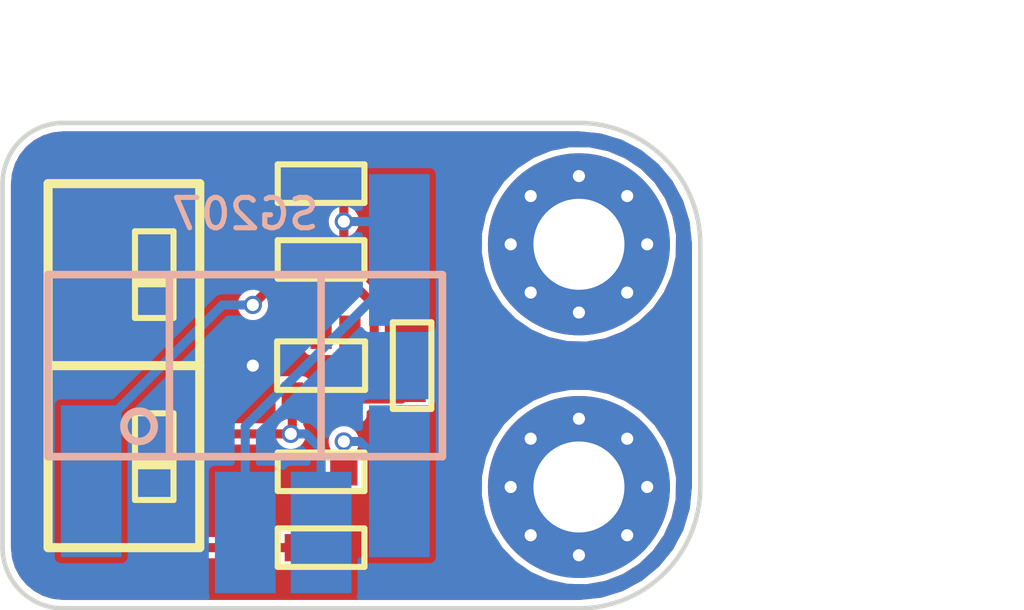
<source format=kicad_pcb>
(kicad_pcb (version 4) (host pcbnew 4.0.1-stable)

  (general
    (links 18)
    (no_connects 0)
    (area 121.259999 92.075 156.436668 115)
    (thickness 1.6)
    (drawings 27)
    (tracks 44)
    (zones 0)
    (modules 12)
    (nets 8)
  )

  (page A4)
  (layers
    (0 F.Cu signal)
    (31 B.Cu signal)
    (36 B.SilkS user)
    (37 F.SilkS user)
    (38 B.Mask user)
    (39 F.Mask user)
    (42 Eco1.User user)
    (43 Eco2.User user)
    (44 Edge.Cuts user)
  )

  (setup
    (last_trace_width 0.3)
    (trace_clearance 0.2)
    (zone_clearance 0.2)
    (zone_45_only no)
    (trace_min 0.2)
    (segment_width 0.3)
    (edge_width 0.15)
    (via_size 0.6)
    (via_drill 0.4)
    (via_min_size 0.4)
    (via_min_drill 0.3)
    (uvia_size 0.3)
    (uvia_drill 0.1)
    (uvias_allowed no)
    (uvia_min_size 0.2)
    (uvia_min_drill 0.1)
    (pcb_text_width 0.3)
    (pcb_text_size 1.5 1.5)
    (mod_edge_width 0.15)
    (mod_text_size 1 1)
    (mod_text_width 0.15)
    (pad_size 1.524 1.524)
    (pad_drill 0.762)
    (pad_to_mask_clearance 0)
    (aux_axis_origin 0 0)
    (grid_origin 140.335 104.775)
    (visible_elements 7FFEFFFF)
    (pcbplotparams
      (layerselection 0x010f0_80000001)
      (usegerberextensions false)
      (excludeedgelayer true)
      (linewidth 0.100000)
      (plotframeref false)
      (viasonmask false)
      (mode 1)
      (useauxorigin false)
      (hpglpennumber 1)
      (hpglpenspeed 20)
      (hpglpendiameter 15)
      (hpglpenoverlay 2)
      (psnegative false)
      (psa4output false)
      (plotreference false)
      (plotvalue false)
      (plotinvisibletext false)
      (padsonsilk false)
      (subtractmaskfromsilk false)
      (outputformat 1)
      (mirror false)
      (drillshape 0)
      (scaleselection 1)
      (outputdirectory "C:/Users/Marvin Bruns/Desktop/KiCad/KiCad Projekte/3D Display MkII/Drehzahlsensor/Gerber files/"))
  )

  (net 0 "")
  (net 1 "Net-(D1-Pad1)")
  (net 2 /SIGNAL)
  (net 3 "Net-(R1-Pad1)")
  (net 4 "Net-(R3-Pad2)")
  (net 5 GND)
  (net 6 "Net-(D2-Pad2)")
  (net 7 VCC)

  (net_class Default "Dies ist die voreingestellte Netzklasse."
    (clearance 0.2)
    (trace_width 0.3)
    (via_dia 0.6)
    (via_drill 0.4)
    (uvia_dia 0.3)
    (uvia_drill 0.1)
    (add_net /SIGNAL)
    (add_net GND)
    (add_net "Net-(D1-Pad1)")
    (add_net "Net-(D2-Pad2)")
    (add_net "Net-(R1-Pad1)")
    (add_net "Net-(R3-Pad2)")
    (add_net VCC)
  )

  (module MyFotogate:Fotogate_SG207-GP1S05 (layer B.Cu) (tedit 577C2E14) (tstamp 573514E4)
    (at 129.335 104.775 180)
    (path /57279BFE)
    (fp_text reference T1 (at -7.62 0 180) (layer B.SilkS) hide
      (effects (font (size 1 1) (thickness 0.15)) (justify mirror))
    )
    (fp_text value FOTOGATE (at 0 4.5 180) (layer B.Fab)
      (effects (font (size 1 1) (thickness 0.15)) (justify mirror))
    )
    (fp_circle (center 3.5 -2) (end 3 -2) (layer B.SilkS) (width 0.25))
    (fp_line (start 2.5 3) (end 2.5 -3) (layer B.SilkS) (width 0.25))
    (fp_line (start -2.5 3) (end -2.5 -3) (layer B.SilkS) (width 0.25))
    (fp_line (start -6.5 3) (end 6.5 3) (layer B.SilkS) (width 0.25))
    (fp_line (start 6.5 3) (end 6.5 -3) (layer B.SilkS) (width 0.25))
    (fp_line (start 6.5 -3) (end -6.5 -3) (layer B.SilkS) (width 0.25))
    (fp_line (start -6.5 -3) (end -6.5 3) (layer B.SilkS) (width 0.25))
    (pad 1 smd rect (at -5.08 3.81 180) (size 2 5) (layers B.Cu B.Mask)
      (net 7 VCC))
    (pad 2 smd rect (at -5.08 -3.81 180) (size 2 5) (layers B.Cu B.Mask)
      (net 3 "Net-(R1-Pad1)"))
    (pad 3 smd rect (at 5.08 -3.81 180) (size 2 5) (layers B.Cu B.Mask)
      (net 4 "Net-(R3-Pad2)"))
    (pad 4 smd rect (at 5.08 3.81 180) (size 2 5) (layers B.Cu B.Mask)
      (net 5 GND))
  )

  (module MyPads:3er_PAD (layer B.Cu) (tedit 577C222D) (tstamp 5775B3FF)
    (at 129.335 110.275 180)
    (path /573510B2)
    (fp_text reference P1 (at 5.25 0.25 180) (layer B.SilkS) hide
      (effects (font (size 1 1) (thickness 0.15)) (justify mirror))
    )
    (fp_text value "3 PAD" (at 0 -3.75 180) (layer B.Fab)
      (effects (font (size 1 1) (thickness 0.15)) (justify mirror))
    )
    (pad 1 smd rect (at -2.5 0 180) (size 2 4) (layers B.Cu B.Mask)
      (net 2 /SIGNAL))
    (pad 2 smd rect (at 0 0 180) (size 2 4) (layers B.Cu B.Mask)
      (net 7 VCC))
    (pad 3 smd rect (at 2.5 0 180) (size 2 4) (layers B.Cu B.Mask)
      (net 5 GND))
  )

  (module MyLED:LED_0603 (layer F.Cu) (tedit 577C2CFA) (tstamp 573514BC)
    (at 126.335 107.775 270)
    (path /573506EC)
    (fp_text reference D1 (at 2.5 0 270) (layer F.SilkS) hide
      (effects (font (size 1 1) (thickness 0.15)))
    )
    (fp_text value LED (at 0 -2 270) (layer F.Fab)
      (effects (font (size 1 1) (thickness 0.15)))
    )
    (fp_line (start -1.42875 0.635) (end 1.42875 0.635) (layer F.SilkS) (width 0.2))
    (fp_line (start -1.42875 -0.635) (end 1.42875 -0.635) (layer F.SilkS) (width 0.2))
    (fp_line (start 0.15875 0.635) (end 0.15875 -0.635) (layer F.SilkS) (width 0.2))
    (fp_line (start 0.3175 0.635) (end 0.3175 -0.635) (layer F.SilkS) (width 0.2))
    (fp_line (start 1.42875 -0.635) (end 1.42875 0.635) (layer F.SilkS) (width 0.2))
    (fp_line (start -1.42875 0.635) (end -1.42875 -0.635) (layer F.SilkS) (width 0.2))
    (pad 1 smd rect (at 0.75 0 270) (size 0.9 0.9) (layers F.Cu F.Mask)
      (net 1 "Net-(D1-Pad1)"))
    (pad 2 smd rect (at -0.75 0 270) (size 0.9 0.9) (layers F.Cu F.Mask)
      (net 2 /SIGNAL))
  )

  (module MyLED:LED_0603 (layer F.Cu) (tedit 577C2CEB) (tstamp 574C517F)
    (at 126.335 101.775 270)
    (path /574C50B4)
    (fp_text reference D2 (at -2.5 0 270) (layer F.SilkS) hide
      (effects (font (size 1 1) (thickness 0.15)))
    )
    (fp_text value LED (at 0 -2 270) (layer F.Fab)
      (effects (font (size 1 1) (thickness 0.15)))
    )
    (fp_line (start 0.15875 -0.635) (end 0.15875 0.635) (layer F.SilkS) (width 0.2))
    (fp_line (start 0.3175 -0.635) (end 0.3175 0.635) (layer F.SilkS) (width 0.2))
    (fp_line (start -1.42875 -0.635) (end 1.42875 -0.635) (layer F.SilkS) (width 0.2))
    (fp_line (start 1.42875 -0.635) (end 1.42875 0.635) (layer F.SilkS) (width 0.2))
    (fp_line (start 1.42875 0.635) (end -1.42875 0.635) (layer F.SilkS) (width 0.2))
    (fp_line (start -1.42875 0.635) (end -1.42875 -0.635) (layer F.SilkS) (width 0.2))
    (pad 1 smd rect (at 0.75 0 270) (size 0.9 0.9) (layers F.Cu F.Mask)
      (net 5 GND))
    (pad 2 smd rect (at -0.75 0 270) (size 0.9 0.9) (layers F.Cu F.Mask)
      (net 6 "Net-(D2-Pad2)"))
  )

  (module MyWiderstand_SMD:R_0603 (layer F.Cu) (tedit 574C6A1E) (tstamp 573514C9)
    (at 131.835 108.275 180)
    (descr "Resistor SMD 0603, reflow soldering, Vishay (see dcrcw.pdf)")
    (tags "resistor 0603")
    (path /57279C9B)
    (attr smd)
    (fp_text reference R1 (at -2.8575 0 180) (layer F.SilkS) hide
      (effects (font (size 1 1) (thickness 0.17)))
    )
    (fp_text value 40R (at 2.921 0 180) (layer F.Fab)
      (effects (font (size 1 1) (thickness 0.17)))
    )
    (fp_line (start -1.42875 -0.635) (end 1.42875 -0.635) (layer F.SilkS) (width 0.2))
    (fp_line (start 1.42875 -0.635) (end 1.42875 0.635) (layer F.SilkS) (width 0.2))
    (fp_line (start 1.42875 0.635) (end -1.42875 0.635) (layer F.SilkS) (width 0.2))
    (fp_line (start -1.42875 0.635) (end -1.42875 -0.635) (layer F.SilkS) (width 0.2))
    (pad 1 smd rect (at -0.75 0 180) (size 0.9 0.9) (layers F.Cu F.Mask)
      (net 3 "Net-(R1-Pad1)"))
    (pad 2 smd rect (at 0.75 0 180) (size 0.9 0.9) (layers F.Cu F.Mask)
      (net 5 GND))
    (model Resistors_SMD.3dshapes/R_0603.wrl
      (at (xyz 0 0 0))
      (scale (xyz 1 1 1))
      (rotate (xyz 0 0 0))
    )
  )

  (module MyWiderstand_SMD:R_0603 (layer F.Cu) (tedit 577C2DCA) (tstamp 573514CF)
    (at 131.835 110.775)
    (descr "Resistor SMD 0603, reflow soldering, Vishay (see dcrcw.pdf)")
    (tags "resistor 0603")
    (path /57350589)
    (attr smd)
    (fp_text reference R2 (at 2.75 0) (layer F.SilkS) hide
      (effects (font (size 1 1) (thickness 0.17)))
    )
    (fp_text value 20R (at 2.921 0) (layer F.Fab)
      (effects (font (size 1 1) (thickness 0.17)))
    )
    (fp_line (start -1.42875 -0.635) (end 1.42875 -0.635) (layer F.SilkS) (width 0.2))
    (fp_line (start 1.42875 -0.635) (end 1.42875 0.635) (layer F.SilkS) (width 0.2))
    (fp_line (start 1.42875 0.635) (end -1.42875 0.635) (layer F.SilkS) (width 0.2))
    (fp_line (start -1.42875 0.635) (end -1.42875 -0.635) (layer F.SilkS) (width 0.2))
    (pad 1 smd rect (at -0.75 0) (size 0.9 0.9) (layers F.Cu F.Mask)
      (net 1 "Net-(D1-Pad1)"))
    (pad 2 smd rect (at 0.75 0) (size 0.9 0.9) (layers F.Cu F.Mask)
      (net 5 GND))
    (model Resistors_SMD.3dshapes/R_0603.wrl
      (at (xyz 0 0 0))
      (scale (xyz 1 1 1))
      (rotate (xyz 0 0 0))
    )
  )

  (module MyWiderstand_SMD:R_0603 (layer F.Cu) (tedit 574C6A14) (tstamp 573514D5)
    (at 131.835 101.275 180)
    (descr "Resistor SMD 0603, reflow soldering, Vishay (see dcrcw.pdf)")
    (tags "resistor 0603")
    (path /57279CF2)
    (attr smd)
    (fp_text reference R3 (at -2.8575 0 180) (layer F.SilkS) hide
      (effects (font (size 1 1) (thickness 0.17)))
    )
    (fp_text value 10k (at 2.921 0 180) (layer F.Fab)
      (effects (font (size 1 1) (thickness 0.17)))
    )
    (fp_line (start -1.42875 -0.635) (end 1.42875 -0.635) (layer F.SilkS) (width 0.2))
    (fp_line (start 1.42875 -0.635) (end 1.42875 0.635) (layer F.SilkS) (width 0.2))
    (fp_line (start 1.42875 0.635) (end -1.42875 0.635) (layer F.SilkS) (width 0.2))
    (fp_line (start -1.42875 0.635) (end -1.42875 -0.635) (layer F.SilkS) (width 0.2))
    (pad 1 smd rect (at -0.75 0 180) (size 0.9 0.9) (layers F.Cu F.Mask)
      (net 7 VCC))
    (pad 2 smd rect (at 0.75 0 180) (size 0.9 0.9) (layers F.Cu F.Mask)
      (net 4 "Net-(R3-Pad2)"))
    (model Resistors_SMD.3dshapes/R_0603.wrl
      (at (xyz 0 0 0))
      (scale (xyz 1 1 1))
      (rotate (xyz 0 0 0))
    )
  )

  (module My_sot_23_package:sot-23-5 (layer F.Cu) (tedit 577C2CD0) (tstamp 573514ED)
    (at 131.835 104.775 270)
    (descr "5-pin SOT23 package")
    (tags SOT-23-5)
    (path /57350AFE)
    (attr smd)
    (fp_text reference U1 (at 0 2.5 360) (layer F.SilkS) hide
      (effects (font (size 1 1) (thickness 0.15)))
    )
    (fp_text value SN74LVC1G14 (at -0.05 2.35 270) (layer F.Fab)
      (effects (font (size 1 1) (thickness 0.15)))
    )
    (fp_line (start -0.8 -1.45) (end 0.8 -1.45) (layer F.SilkS) (width 0.2))
    (fp_line (start 0.8 -1.45) (end 0.8 1.45) (layer F.SilkS) (width 0.2))
    (fp_line (start 0.8 1.45) (end -0.8 1.45) (layer F.SilkS) (width 0.2))
    (fp_line (start -0.8 1.45) (end -0.8 -1.45) (layer F.SilkS) (width 0.2))
    (fp_line (start -1.8 -1.6) (end 1.8 -1.6) (layer F.CrtYd) (width 0.05))
    (fp_line (start 1.8 -1.6) (end 1.8 1.6) (layer F.CrtYd) (width 0.05))
    (fp_line (start 1.8 1.6) (end -1.8 1.6) (layer F.CrtYd) (width 0.05))
    (fp_line (start -1.8 1.6) (end -1.8 -1.6) (layer F.CrtYd) (width 0.05))
    (pad 1 smd rect (at -1.1 -0.95 270) (size 1.1 0.7) (layers F.Cu F.Mask))
    (pad 2 smd rect (at -1.1 0 270) (size 1.1 0.7) (layers F.Cu F.Mask)
      (net 4 "Net-(R3-Pad2)"))
    (pad 3 smd rect (at -1.1 0.95 270) (size 1.1 0.7) (layers F.Cu F.Mask)
      (net 5 GND))
    (pad 4 smd rect (at 1.1 0.95 270) (size 1.1 0.7) (layers F.Cu F.Mask)
      (net 2 /SIGNAL))
    (pad 5 smd rect (at 1.1 -0.95 270) (size 1.1 0.7) (layers F.Cu F.Mask)
      (net 7 VCC))
    (model Housings_SOT-23_SOT-143_TSOT-6.3dshapes/SOT-23-5.wrl
      (at (xyz 0 0 0))
      (scale (xyz 0.11 0.11 0.11))
      (rotate (xyz 0 0 90))
    )
  )

  (module MyWiderstand_SMD:R_0603 (layer F.Cu) (tedit 577C2CDA) (tstamp 574C5185)
    (at 131.835 98.775)
    (descr "Resistor SMD 0603, reflow soldering, Vishay (see dcrcw.pdf)")
    (tags "resistor 0603")
    (path /574C5212)
    (attr smd)
    (fp_text reference R4 (at 2.75 0) (layer F.SilkS) hide
      (effects (font (size 1 1) (thickness 0.17)))
    )
    (fp_text value 20R (at 2.921 0) (layer F.Fab)
      (effects (font (size 1 1) (thickness 0.17)))
    )
    (fp_line (start -1.42875 -0.635) (end 1.42875 -0.635) (layer F.SilkS) (width 0.2))
    (fp_line (start 1.42875 -0.635) (end 1.42875 0.635) (layer F.SilkS) (width 0.2))
    (fp_line (start 1.42875 0.635) (end -1.42875 0.635) (layer F.SilkS) (width 0.2))
    (fp_line (start -1.42875 0.635) (end -1.42875 -0.635) (layer F.SilkS) (width 0.2))
    (pad 1 smd rect (at -0.75 0) (size 0.9 0.9) (layers F.Cu F.Mask)
      (net 6 "Net-(D2-Pad2)"))
    (pad 2 smd rect (at 0.75 0) (size 0.9 0.9) (layers F.Cu F.Mask)
      (net 7 VCC))
    (model Resistors_SMD.3dshapes/R_0603.wrl
      (at (xyz 0 0 0))
      (scale (xyz 1 1 1))
      (rotate (xyz 0 0 0))
    )
  )

  (module MyKondensator_SMD:C_0603 (layer F.Cu) (tedit 577C2CC6) (tstamp 574C61C0)
    (at 134.835 104.775 90)
    (descr "Capacitor SMD 0603, reflow soldering, AVX (see smccp.pdf)")
    (tags "capacitor 0603")
    (path /574C627A)
    (attr smd)
    (fp_text reference C1 (at 0 0 90) (layer F.SilkS) hide
      (effects (font (size 1 1) (thickness 0.17)))
    )
    (fp_text value 100n (at 0 1.9 90) (layer F.Fab)
      (effects (font (size 1 1) (thickness 0.17)))
    )
    (fp_line (start -1.42875 -0.635) (end -1.42875 0.635) (layer F.SilkS) (width 0.2))
    (fp_line (start -1.42875 0.635) (end 1.42875 0.635) (layer F.SilkS) (width 0.2))
    (fp_line (start 1.42875 0.635) (end 1.42875 -0.635) (layer F.SilkS) (width 0.2))
    (fp_line (start 1.42875 -0.635) (end -1.42875 -0.635) (layer F.SilkS) (width 0.2))
    (pad 1 smd rect (at -0.75 0 90) (size 0.9 0.9) (layers F.Cu F.Mask)
      (net 7 VCC))
    (pad 2 smd rect (at 0.75 0 90) (size 0.9 0.9) (layers F.Cu F.Mask)
      (net 5 GND))
    (model Capacitors_SMD.3dshapes/C_0603.wrl
      (at (xyz 0 0 0))
      (scale (xyz 1 1 1))
      (rotate (xyz 0 0 0))
    )
  )

  (module MyPads:M3x6mm_mit_Duko (layer F.Cu) (tedit 5775B4DE) (tstamp 5775B4F2)
    (at 140.335 100.775)
    (fp_text reference M3 (at 0 0) (layer F.SilkS) hide
      (effects (font (size 1 1) (thickness 0.15)))
    )
    (fp_text value M3x6mm_mit_Duko (at -0.18 -4.88) (layer F.Fab)
      (effects (font (size 1 1) (thickness 0.15)))
    )
    (pad "" thru_hole circle (at 0 0) (size 6 6) (drill 3) (layers *.Cu *.Mask))
    (pad "" thru_hole circle (at -2.25 0) (size 0.4 0.4) (drill 0.4) (layers *.Cu *.Mask))
    (pad "" thru_hole circle (at 2.25 0) (size 0.4 0.4) (drill 0.4) (layers *.Cu *.Mask))
    (pad "" thru_hole circle (at 0 -2.25) (size 0.4 0.4) (drill 0.4) (layers *.Cu *.Mask))
    (pad "" thru_hole circle (at 0 2.25) (size 0.4 0.4) (drill 0.4) (layers *.Cu *.Mask))
    (pad "" thru_hole circle (at -1.5909 -1.5909) (size 0.4 0.4) (drill 0.4) (layers *.Cu *.Mask))
    (pad "" thru_hole circle (at 1.5909 -1.5909) (size 0.4 0.4) (drill 0.4) (layers *.Cu *.Mask))
    (pad "" thru_hole circle (at 1.5909 1.5909) (size 0.4 0.4) (drill 0.4) (layers *.Cu *.Mask))
    (pad "" thru_hole circle (at -1.5909 1.5909) (size 0.4 0.4) (drill 0.4) (layers *.Cu *.Mask))
  )

  (module MyPads:M3x6mm_mit_Duko (layer F.Cu) (tedit 5775B4D8) (tstamp 5775B518)
    (at 140.335 108.775)
    (fp_text reference M3 (at 0 0) (layer F.SilkS) hide
      (effects (font (size 1 1) (thickness 0.15)))
    )
    (fp_text value M3x6mm_mit_Duko (at -0.18 -4.88) (layer F.Fab)
      (effects (font (size 1 1) (thickness 0.15)))
    )
    (pad "" thru_hole circle (at 0 0) (size 6 6) (drill 3) (layers *.Cu *.Mask))
    (pad "" thru_hole circle (at -2.25 0) (size 0.4 0.4) (drill 0.4) (layers *.Cu *.Mask))
    (pad "" thru_hole circle (at 2.25 0) (size 0.4 0.4) (drill 0.4) (layers *.Cu *.Mask))
    (pad "" thru_hole circle (at 0 -2.25) (size 0.4 0.4) (drill 0.4) (layers *.Cu *.Mask))
    (pad "" thru_hole circle (at 0 2.25) (size 0.4 0.4) (drill 0.4) (layers *.Cu *.Mask))
    (pad "" thru_hole circle (at -1.5909 -1.5909) (size 0.4 0.4) (drill 0.4) (layers *.Cu *.Mask))
    (pad "" thru_hole circle (at 1.5909 -1.5909) (size 0.4 0.4) (drill 0.4) (layers *.Cu *.Mask))
    (pad "" thru_hole circle (at 1.5909 1.5909) (size 0.4 0.4) (drill 0.4) (layers *.Cu *.Mask))
    (pad "" thru_hole circle (at -1.5909 1.5909) (size 0.4 0.4) (drill 0.4) (layers *.Cu *.Mask))
  )

  (gr_line (start 122.835 110.775) (end 127.835 110.775) (angle 90) (layer F.SilkS) (width 0.3))
  (gr_line (start 122.835 98.775) (end 127.835 98.775) (angle 90) (layer F.SilkS) (width 0.3))
  (gr_line (start 122.835 104.775) (end 127.835 104.775) (angle 90) (layer F.SilkS) (width 0.3))
  (gr_line (start 122.835 98.775) (end 122.835 110.775) (angle 90) (layer F.SilkS) (width 0.3))
  (gr_text SG207 (at 129.335 99.775) (layer B.SilkS)
    (effects (font (size 1 1) (thickness 0.17)) (justify mirror))
  )
  (gr_text SIGNAL (at 124.335 107.775 90) (layer F.Mask)
    (effects (font (size 1 1) (thickness 0.17)))
  )
  (gr_text POWER (at 124.335 101.775 90) (layer F.Mask)
    (effects (font (size 1 1) (thickness 0.17)))
  )
  (gr_line (start 127.835 98.775) (end 127.835 110.775) (angle 90) (layer F.SilkS) (width 0.3))
  (dimension 23 (width 0.17) (layer Eco2.User)
    (gr_text "23 mm" (at 132.835 93.425) (layer Eco2.User)
      (effects (font (size 1 1) (thickness 0.17)))
    )
    (feature1 (pts (xy 144.335 96.775) (xy 144.335 92.075)))
    (feature2 (pts (xy 121.335 96.775) (xy 121.335 92.075)))
    (crossbar (pts (xy 121.335 94.775) (xy 144.335 94.775)))
    (arrow1a (pts (xy 144.335 94.775) (xy 143.208496 95.361421)))
    (arrow1b (pts (xy 144.335 94.775) (xy 143.208496 94.188579)))
    (arrow2a (pts (xy 121.335 94.775) (xy 122.461504 95.361421)))
    (arrow2b (pts (xy 121.335 94.775) (xy 122.461504 94.188579)))
  )
  (dimension 16 (width 0.17) (layer Eco2.User)
    (gr_text "16 mm" (at 153.685 104.775 270) (layer Eco2.User)
      (effects (font (size 1 1) (thickness 0.17)))
    )
    (feature1 (pts (xy 144.335 112.775) (xy 155.035 112.775)))
    (feature2 (pts (xy 144.335 96.775) (xy 155.035 96.775)))
    (crossbar (pts (xy 152.335 96.775) (xy 152.335 112.775)))
    (arrow1a (pts (xy 152.335 112.775) (xy 151.748579 111.648496)))
    (arrow1b (pts (xy 152.335 112.775) (xy 152.921421 111.648496)))
    (arrow2a (pts (xy 152.335 96.775) (xy 151.748579 97.901504)))
    (arrow2b (pts (xy 152.335 96.775) (xy 152.921421 97.901504)))
  )
  (gr_line (start 123.335 97.275) (end 134.835 97.275) (angle 90) (layer F.Mask) (width 0.3))
  (gr_line (start 136.335 98.775) (end 136.335 110.775) (angle 90) (layer F.Mask) (width 0.3))
  (gr_arc (start 134.835 98.775) (end 134.835 97.275) (angle 90) (layer F.Mask) (width 0.3))
  (gr_line (start 134.835 112.275) (end 123.335 112.275) (angle 90) (layer F.Mask) (width 0.3))
  (gr_arc (start 134.835 110.775) (end 136.335 110.775) (angle 90) (layer F.Mask) (width 0.3))
  (gr_arc (start 123.335 110.775) (end 123.335 112.275) (angle 90) (layer F.Mask) (width 0.3))
  (gr_arc (start 123.335 98.775) (end 121.835 98.775) (angle 90) (layer F.Mask) (width 0.3))
  (gr_line (start 121.835 98.775) (end 121.835 110.775) (angle 90) (layer F.Mask) (width 0.3))
  (gr_line (start 121.335 110.775) (end 121.335 98.775) (angle 90) (layer Edge.Cuts) (width 0.15))
  (gr_line (start 123.335 112.775) (end 140.335 112.775) (angle 90) (layer Edge.Cuts) (width 0.15))
  (gr_arc (start 123.335 110.775) (end 123.335 112.775) (angle 90) (layer Edge.Cuts) (width 0.15))
  (gr_line (start 144.335 100.775) (end 144.335 108.775) (angle 90) (layer Edge.Cuts) (width 0.15))
  (gr_arc (start 140.335 108.775) (end 144.335 108.775) (angle 90) (layer Edge.Cuts) (width 0.15))
  (gr_line (start 123.335 96.775) (end 140.335 96.775) (angle 90) (layer Edge.Cuts) (width 0.15))
  (gr_arc (start 123.335 98.775) (end 121.335 98.775) (angle 90) (layer Edge.Cuts) (width 0.15))
  (dimension 8 (width 0.17) (layer Eco2.User)
    (gr_text 8mm (at 147.935 104.775 270) (layer Eco2.User)
      (effects (font (size 1 1) (thickness 0.17)))
    )
    (feature1 (pts (xy 140.335 108.775) (xy 149.285 108.775)))
    (feature2 (pts (xy 140.335 100.775) (xy 149.285 100.775)))
    (crossbar (pts (xy 146.585 100.775) (xy 146.585 108.775)))
    (arrow1a (pts (xy 146.585 108.775) (xy 145.998579 107.648496)))
    (arrow1b (pts (xy 146.585 108.775) (xy 147.171421 107.648496)))
    (arrow2a (pts (xy 146.585 100.775) (xy 145.998579 101.901504)))
    (arrow2b (pts (xy 146.585 100.775) (xy 147.171421 101.901504)))
  )
  (gr_arc (start 140.335 100.775) (end 140.335 96.775) (angle 90) (layer Edge.Cuts) (width 0.15))

  (segment (start 126.335 108.525) (end 126.335 109.525) (width 0.3) (layer F.Cu) (net 1))
  (segment (start 127.585 110.775) (end 131.085 110.775) (width 0.3) (layer F.Cu) (net 1) (tstamp 577C2C04))
  (segment (start 126.335 109.525) (end 127.585 110.775) (width 0.3) (layer F.Cu) (net 1) (tstamp 577C2C03))
  (segment (start 130.835 107.025) (end 126.335 107.025) (width 0.3) (layer F.Cu) (net 2))
  (via (at 130.835 107.025) (size 0.6) (drill 0.4) (layers F.Cu B.Cu) (net 2))
  (segment (start 130.885 105.875) (end 130.885 106.975) (width 0.3) (layer F.Cu) (net 2))
  (segment (start 131.835 107.525) (end 131.835 110.275) (width 0.3) (layer B.Cu) (net 2) (tstamp 577C2D63))
  (segment (start 131.335 107.025) (end 131.835 107.525) (width 0.3) (layer B.Cu) (net 2) (tstamp 577C2D61))
  (segment (start 130.835 107.025) (end 131.335 107.025) (width 0.3) (layer B.Cu) (net 2) (tstamp 577C2D60))
  (segment (start 130.885 106.975) (end 130.835 107.025) (width 0.3) (layer F.Cu) (net 2) (tstamp 577C2D5C))
  (segment (start 131.835 108.275) (end 131.835 110.275) (width 0.3) (layer B.Cu) (net 2) (tstamp 577C2AEE))
  (segment (start 132.585 107.275) (end 133.105 107.275) (width 0.3) (layer B.Cu) (net 3))
  (segment (start 133.105 107.275) (end 134.415 108.585) (width 0.3) (layer B.Cu) (net 3) (tstamp 577C2D43))
  (segment (start 132.585 108.275) (end 132.585 107.275) (width 0.3) (layer F.Cu) (net 3))
  (via (at 132.585 107.275) (size 0.6) (drill 0.4) (layers F.Cu B.Cu) (net 3))
  (segment (start 133.895 108.585) (end 134.415 108.585) (width 0.3) (layer B.Cu) (net 3) (tstamp 577C2B87))
  (segment (start 124.255 108.585) (end 124.255 107.105) (width 0.3) (layer B.Cu) (net 4))
  (segment (start 124.255 107.105) (end 128.585 102.775) (width 0.3) (layer B.Cu) (net 4) (tstamp 577C2B6D))
  (segment (start 128.585 102.775) (end 129.585 102.775) (width 0.3) (layer B.Cu) (net 4) (tstamp 577C2B71))
  (via (at 129.585 102.775) (size 0.6) (drill 0.4) (layers F.Cu B.Cu) (net 4))
  (segment (start 129.585 102.775) (end 131.085 101.275) (width 0.3) (layer F.Cu) (net 4) (tstamp 577C2B77))
  (segment (start 131.835 103.675) (end 131.835 102.775) (width 0.3) (layer F.Cu) (net 4))
  (segment (start 131.085 102.025) (end 131.085 101.275) (width 0.3) (layer F.Cu) (net 4) (tstamp 577C2AC1))
  (segment (start 131.835 102.775) (end 131.085 102.025) (width 0.3) (layer F.Cu) (net 4) (tstamp 577C2AC0))
  (segment (start 126.835 110.275) (end 126.835 107.525) (width 0.3) (layer B.Cu) (net 5))
  (via (at 129.585 104.775) (size 0.6) (drill 0.4) (layers F.Cu B.Cu) (net 5))
  (segment (start 126.835 107.525) (end 129.585 104.775) (width 0.3) (layer B.Cu) (net 5) (tstamp 577C2B04))
  (segment (start 131.085 98.775) (end 127.835 98.775) (width 0.3) (layer F.Cu) (net 6))
  (segment (start 126.335 100.275) (end 126.335 101.025) (width 0.3) (layer F.Cu) (net 6) (tstamp 577C2BFF))
  (segment (start 127.835 98.775) (end 126.335 100.275) (width 0.3) (layer F.Cu) (net 6) (tstamp 577C2BFD))
  (segment (start 133.585 105.875) (end 133.585 102.775) (width 0.3) (layer F.Cu) (net 7))
  (segment (start 132.585 100.025) (end 133.475 100.025) (width 0.3) (layer B.Cu) (net 7))
  (segment (start 133.475 100.025) (end 134.415 100.965) (width 0.3) (layer B.Cu) (net 7) (tstamp 577C2D39))
  (segment (start 129.335 110.275) (end 129.335 106.775) (width 0.3) (layer B.Cu) (net 7))
  (segment (start 129.335 106.775) (end 134.415 101.695) (width 0.3) (layer B.Cu) (net 7) (tstamp 577C2B42))
  (segment (start 134.415 101.695) (end 134.415 100.965) (width 0.3) (layer B.Cu) (net 7) (tstamp 577C2B45))
  (via (at 132.585 100.025) (size 0.6) (drill 0.4) (layers F.Cu B.Cu) (net 7))
  (segment (start 132.585 101.775) (end 132.585 101.275) (width 0.3) (layer F.Cu) (net 7) (tstamp 577C2AD1))
  (segment (start 133.585 102.775) (end 132.585 101.775) (width 0.3) (layer F.Cu) (net 7) (tstamp 577C2AD0))
  (segment (start 132.785 105.875) (end 133.585 105.875) (width 0.3) (layer F.Cu) (net 7))
  (segment (start 133.585 105.875) (end 134.485 105.875) (width 0.3) (layer F.Cu) (net 7) (tstamp 577C2ACE))
  (segment (start 134.485 105.875) (end 134.835 105.525) (width 0.3) (layer F.Cu) (net 7) (tstamp 577C2AC9))
  (segment (start 132.585 98.775) (end 132.585 100.025) (width 0.3) (layer F.Cu) (net 7))
  (segment (start 132.585 100.025) (end 132.585 101.275) (width 0.3) (layer F.Cu) (net 7) (tstamp 577C2B18))

  (zone (net 5) (net_name GND) (layer F.Cu) (tstamp 577C1E0A) (hatch edge 0.508)
    (connect_pads yes (clearance 0.2))
    (min_thickness 0.2)
    (fill yes (arc_segments 32) (thermal_gap 0.508) (thermal_bridge_width 0.508))
    (polygon
      (pts
        (xy 144.335 112.775) (xy 121.335 112.775) (xy 121.335 96.775) (xy 144.335 96.775) (xy 144.335 112.775)
      )
    )
    (filled_polygon
      (pts
        (xy 141.038747 97.220801) (xy 141.715697 97.425184) (xy 142.34005 97.757159) (xy 142.88803 98.20408) (xy 143.33877 98.74893)
        (xy 143.675097 99.370954) (xy 143.884199 100.046455) (xy 143.959971 100.767379) (xy 143.96 100.775726) (xy 143.96 108.756662)
        (xy 143.889199 109.478747) (xy 143.684816 110.155697) (xy 143.352844 110.780045) (xy 142.90592 111.32803) (xy 142.361066 111.778772)
        (xy 141.739047 112.115097) (xy 141.06355 112.324198) (xy 140.342622 112.399971) (xy 140.334273 112.4) (xy 123.353338 112.4)
        (xy 123.019719 112.367288) (xy 122.716444 112.275724) (xy 122.436735 112.126999) (xy 122.191238 111.926777) (xy 121.989305 111.682683)
        (xy 121.83863 111.404016) (xy 121.744953 111.101394) (xy 121.71 110.768841) (xy 121.71 106.575) (xy 125.583549 106.575)
        (xy 125.583549 107.475) (xy 125.587359 107.522774) (xy 125.612452 107.603803) (xy 125.659126 107.674634) (xy 125.723685 107.729657)
        (xy 125.801018 107.764516) (xy 125.87192 107.774592) (xy 125.837226 107.777359) (xy 125.756197 107.802452) (xy 125.685366 107.849126)
        (xy 125.630343 107.913685) (xy 125.595484 107.991018) (xy 125.583549 108.075) (xy 125.583549 108.975) (xy 125.587359 109.022774)
        (xy 125.612452 109.103803) (xy 125.659126 109.174634) (xy 125.723685 109.229657) (xy 125.801018 109.264516) (xy 125.885 109.276451)
        (xy 125.885 109.525) (xy 125.889053 109.566339) (xy 125.892679 109.607778) (xy 125.893339 109.61005) (xy 125.89357 109.612405)
        (xy 125.905586 109.652204) (xy 125.917181 109.692115) (xy 125.91827 109.694215) (xy 125.918954 109.696482) (xy 125.938505 109.733251)
        (xy 125.957599 109.770087) (xy 125.959071 109.771931) (xy 125.960185 109.774026) (xy 125.986488 109.806276) (xy 126.01239 109.838724)
        (xy 126.015638 109.842018) (xy 126.015693 109.842085) (xy 126.015755 109.842136) (xy 126.016802 109.843198) (xy 127.266802 111.093198)
        (xy 127.298905 111.119568) (xy 127.330765 111.146301) (xy 127.332838 111.147441) (xy 127.334667 111.148943) (xy 127.371314 111.168593)
        (xy 127.407726 111.188611) (xy 127.40998 111.189326) (xy 127.412067 111.190445) (xy 127.451857 111.20261) (xy 127.49144 111.215166)
        (xy 127.493789 111.215429) (xy 127.496054 111.216122) (xy 127.537424 111.220324) (xy 127.578717 111.224956) (xy 127.583344 111.224988)
        (xy 127.583429 111.224997) (xy 127.583508 111.22499) (xy 127.585 111.225) (xy 130.333549 111.225) (xy 130.337359 111.272774)
        (xy 130.362452 111.353803) (xy 130.409126 111.424634) (xy 130.473685 111.479657) (xy 130.551018 111.514516) (xy 130.635 111.526451)
        (xy 131.535 111.526451) (xy 131.582774 111.522641) (xy 131.663803 111.497548) (xy 131.734634 111.450874) (xy 131.789657 111.386315)
        (xy 131.824516 111.308982) (xy 131.836451 111.225) (xy 131.836451 110.325) (xy 131.832641 110.277226) (xy 131.807548 110.196197)
        (xy 131.760874 110.125366) (xy 131.696315 110.070343) (xy 131.618982 110.035484) (xy 131.535 110.023549) (xy 130.635 110.023549)
        (xy 130.587226 110.027359) (xy 130.506197 110.052452) (xy 130.435366 110.099126) (xy 130.380343 110.163685) (xy 130.345484 110.241018)
        (xy 130.333549 110.325) (xy 127.771396 110.325) (xy 126.785 109.338604) (xy 126.785 109.276451) (xy 126.832774 109.272641)
        (xy 126.913803 109.247548) (xy 126.984634 109.200874) (xy 127.039657 109.136315) (xy 127.074516 109.058982) (xy 127.075441 109.052473)
        (xy 137.030663 109.052473) (xy 137.147488 109.689004) (xy 137.385725 110.290722) (xy 137.736298 110.834706) (xy 138.185856 111.300236)
        (xy 138.717273 111.669581) (xy 139.31031 111.928672) (xy 139.942376 112.067641) (xy 140.589398 112.081194) (xy 141.226729 111.968815)
        (xy 141.830095 111.734785) (xy 142.376513 111.388018) (xy 142.845171 110.941721) (xy 143.218216 110.412895) (xy 143.481442 109.821682)
        (xy 143.62482 109.190601) (xy 143.635141 108.451418) (xy 143.50944 107.81658) (xy 143.262825 107.218248) (xy 142.90469 106.679212)
        (xy 142.448677 106.220004) (xy 141.912154 105.858114) (xy 141.315558 105.607328) (xy 140.681613 105.477198) (xy 140.034465 105.47268)
        (xy 139.398765 105.593947) (xy 138.798726 105.836378) (xy 138.257202 106.190741) (xy 137.794822 106.643537) (xy 137.429196 107.177521)
        (xy 137.174251 107.772351) (xy 137.039698 108.405373) (xy 137.030663 109.052473) (xy 127.075441 109.052473) (xy 127.086451 108.975)
        (xy 127.086451 108.075) (xy 127.082641 108.027226) (xy 127.057548 107.946197) (xy 127.010874 107.875366) (xy 126.946315 107.820343)
        (xy 126.868982 107.785484) (xy 126.79808 107.775408) (xy 126.832774 107.772641) (xy 126.913803 107.747548) (xy 126.984634 107.700874)
        (xy 127.039657 107.636315) (xy 127.074516 107.558982) (xy 127.086451 107.475) (xy 130.435426 107.475) (xy 130.444247 107.484134)
        (xy 130.540868 107.551287) (xy 130.648693 107.598395) (xy 130.763614 107.623662) (xy 130.881254 107.626126) (xy 130.997133 107.605694)
        (xy 131.106835 107.563143) (xy 131.206184 107.500094) (xy 131.291395 107.418949) (xy 131.359221 107.322799) (xy 131.40708 107.215306)
        (xy 131.433149 107.100564) (xy 131.435026 106.966167) (xy 131.412171 106.850742) (xy 131.367332 106.741954) (xy 131.342261 106.704219)
        (xy 131.363803 106.697548) (xy 131.434634 106.650874) (xy 131.489657 106.586315) (xy 131.524516 106.508982) (xy 131.536451 106.425)
        (xy 131.536451 105.325) (xy 131.532641 105.277226) (xy 131.507548 105.196197) (xy 131.460874 105.125366) (xy 131.396315 105.070343)
        (xy 131.318982 105.035484) (xy 131.235 105.023549) (xy 130.535 105.023549) (xy 130.487226 105.027359) (xy 130.406197 105.052452)
        (xy 130.335366 105.099126) (xy 130.280343 105.163685) (xy 130.245484 105.241018) (xy 130.233549 105.325) (xy 130.233549 106.425)
        (xy 130.237359 106.472774) (xy 130.262452 106.553803) (xy 130.27642 106.575) (xy 127.086451 106.575) (xy 127.082641 106.527226)
        (xy 127.057548 106.446197) (xy 127.010874 106.375366) (xy 126.946315 106.320343) (xy 126.868982 106.285484) (xy 126.785 106.273549)
        (xy 125.885 106.273549) (xy 125.837226 106.277359) (xy 125.756197 106.302452) (xy 125.685366 106.349126) (xy 125.630343 106.413685)
        (xy 125.595484 106.491018) (xy 125.583549 106.575) (xy 121.71 106.575) (xy 121.71 100.575) (xy 125.583549 100.575)
        (xy 125.583549 101.475) (xy 125.587359 101.522774) (xy 125.612452 101.603803) (xy 125.659126 101.674634) (xy 125.723685 101.729657)
        (xy 125.801018 101.764516) (xy 125.885 101.776451) (xy 126.785 101.776451) (xy 126.832774 101.772641) (xy 126.913803 101.747548)
        (xy 126.984634 101.700874) (xy 127.039657 101.636315) (xy 127.074516 101.558982) (xy 127.086451 101.475) (xy 127.086451 100.575)
        (xy 127.082641 100.527226) (xy 127.057548 100.446197) (xy 127.010874 100.375366) (xy 126.946315 100.320343) (xy 126.932349 100.314047)
        (xy 128.021396 99.225) (xy 130.333549 99.225) (xy 130.337359 99.272774) (xy 130.362452 99.353803) (xy 130.409126 99.424634)
        (xy 130.473685 99.479657) (xy 130.551018 99.514516) (xy 130.635 99.526451) (xy 131.535 99.526451) (xy 131.582774 99.522641)
        (xy 131.663803 99.497548) (xy 131.734634 99.450874) (xy 131.789657 99.386315) (xy 131.824516 99.308982) (xy 131.834592 99.23808)
        (xy 131.837359 99.272774) (xy 131.862452 99.353803) (xy 131.909126 99.424634) (xy 131.973685 99.479657) (xy 132.051018 99.514516)
        (xy 132.135 99.526451) (xy 132.135 99.625857) (xy 132.12315 99.637461) (xy 132.056672 99.734549) (xy 132.010318 99.8427)
        (xy 131.985854 99.957795) (xy 131.984211 100.07545) (xy 132.005452 100.191183) (xy 132.048768 100.300586) (xy 132.112509 100.399492)
        (xy 132.135 100.422782) (xy 132.135 100.523549) (xy 132.087226 100.527359) (xy 132.006197 100.552452) (xy 131.935366 100.599126)
        (xy 131.880343 100.663685) (xy 131.845484 100.741018) (xy 131.835408 100.81192) (xy 131.832641 100.777226) (xy 131.807548 100.696197)
        (xy 131.760874 100.625366) (xy 131.696315 100.570343) (xy 131.618982 100.535484) (xy 131.535 100.523549) (xy 130.635 100.523549)
        (xy 130.587226 100.527359) (xy 130.506197 100.552452) (xy 130.435366 100.599126) (xy 130.380343 100.663685) (xy 130.345484 100.741018)
        (xy 130.333549 100.825) (xy 130.333549 101.390055) (xy 129.548896 102.174708) (xy 129.530357 102.174578) (xy 129.414775 102.196627)
        (xy 129.305677 102.240705) (xy 129.207219 102.305135) (xy 129.12315 102.387461) (xy 129.056672 102.484549) (xy 129.010318 102.5927)
        (xy 128.985854 102.707795) (xy 128.984211 102.82545) (xy 129.005452 102.941183) (xy 129.048768 103.050586) (xy 129.112509 103.149492)
        (xy 129.194247 103.234134) (xy 129.290868 103.301287) (xy 129.398693 103.348395) (xy 129.513614 103.373662) (xy 129.631254 103.376126)
        (xy 129.747133 103.355694) (xy 129.856835 103.313143) (xy 129.956184 103.250094) (xy 130.041395 103.168949) (xy 130.109221 103.072799)
        (xy 130.15708 102.965306) (xy 130.183149 102.850564) (xy 130.183678 102.812718) (xy 130.715659 102.280737) (xy 130.736488 102.306276)
        (xy 130.76239 102.338724) (xy 130.765638 102.342018) (xy 130.765693 102.342085) (xy 130.765755 102.342136) (xy 130.766802 102.343198)
        (xy 131.307889 102.884285) (xy 131.285366 102.899126) (xy 131.230343 102.963685) (xy 131.195484 103.041018) (xy 131.183549 103.125)
        (xy 131.183549 104.225) (xy 131.187359 104.272774) (xy 131.212452 104.353803) (xy 131.259126 104.424634) (xy 131.323685 104.479657)
        (xy 131.401018 104.514516) (xy 131.485 104.526451) (xy 132.185 104.526451) (xy 132.232774 104.522641) (xy 132.313549 104.497627)
        (xy 132.351018 104.514516) (xy 132.435 104.526451) (xy 133.135 104.526451) (xy 133.135 105.023549) (xy 132.435 105.023549)
        (xy 132.387226 105.027359) (xy 132.306197 105.052452) (xy 132.235366 105.099126) (xy 132.180343 105.163685) (xy 132.145484 105.241018)
        (xy 132.133549 105.325) (xy 132.133549 106.425) (xy 132.137359 106.472774) (xy 132.162452 106.553803) (xy 132.209126 106.624634)
        (xy 132.273685 106.679657) (xy 132.351018 106.714516) (xy 132.365429 106.716564) (xy 132.305677 106.740705) (xy 132.207219 106.805135)
        (xy 132.12315 106.887461) (xy 132.056672 106.984549) (xy 132.010318 107.0927) (xy 131.985854 107.207795) (xy 131.984211 107.32545)
        (xy 132.005452 107.441183) (xy 132.044777 107.540505) (xy 132.006197 107.552452) (xy 131.935366 107.599126) (xy 131.880343 107.663685)
        (xy 131.845484 107.741018) (xy 131.833549 107.825) (xy 131.833549 108.725) (xy 131.837359 108.772774) (xy 131.862452 108.853803)
        (xy 131.909126 108.924634) (xy 131.973685 108.979657) (xy 132.051018 109.014516) (xy 132.135 109.026451) (xy 133.035 109.026451)
        (xy 133.082774 109.022641) (xy 133.163803 108.997548) (xy 133.234634 108.950874) (xy 133.289657 108.886315) (xy 133.324516 108.808982)
        (xy 133.336451 108.725) (xy 133.336451 107.825) (xy 133.332641 107.777226) (xy 133.307548 107.696197) (xy 133.260874 107.625366)
        (xy 133.196315 107.570343) (xy 133.124689 107.538057) (xy 133.15708 107.465306) (xy 133.183149 107.350564) (xy 133.185026 107.216167)
        (xy 133.162171 107.100742) (xy 133.117332 106.991954) (xy 133.052216 106.893948) (xy 132.969305 106.810455) (xy 132.871755 106.744657)
        (xy 132.828444 106.726451) (xy 133.135 106.726451) (xy 133.182774 106.722641) (xy 133.263803 106.697548) (xy 133.334634 106.650874)
        (xy 133.389657 106.586315) (xy 133.424516 106.508982) (xy 133.436451 106.425) (xy 133.436451 106.325) (xy 134.485 106.325)
        (xy 134.526339 106.320947) (xy 134.567778 106.317321) (xy 134.57005 106.316661) (xy 134.572405 106.31643) (xy 134.612204 106.304414)
        (xy 134.652115 106.292819) (xy 134.654215 106.29173) (xy 134.656482 106.291046) (xy 134.683931 106.276451) (xy 135.285 106.276451)
        (xy 135.332774 106.272641) (xy 135.413803 106.247548) (xy 135.484634 106.200874) (xy 135.539657 106.136315) (xy 135.574516 106.058982)
        (xy 135.586451 105.975) (xy 135.586451 105.075) (xy 135.582641 105.027226) (xy 135.557548 104.946197) (xy 135.510874 104.875366)
        (xy 135.446315 104.820343) (xy 135.368982 104.785484) (xy 135.285 104.773549) (xy 134.385 104.773549) (xy 134.337226 104.777359)
        (xy 134.256197 104.802452) (xy 134.185366 104.849126) (xy 134.130343 104.913685) (xy 134.095484 104.991018) (xy 134.083549 105.075)
        (xy 134.083549 105.425) (xy 134.035 105.425) (xy 134.035 102.775) (xy 134.030947 102.733661) (xy 134.027321 102.692222)
        (xy 134.026661 102.68995) (xy 134.02643 102.687595) (xy 134.014414 102.647796) (xy 134.002819 102.607885) (xy 134.00173 102.605785)
        (xy 134.001046 102.603518) (xy 133.981516 102.566788) (xy 133.962402 102.529913) (xy 133.960927 102.528065) (xy 133.959815 102.525974)
        (xy 133.933534 102.493751) (xy 133.90761 102.461276) (xy 133.904362 102.457982) (xy 133.904307 102.457915) (xy 133.904245 102.457864)
        (xy 133.903198 102.456802) (xy 133.303034 101.856638) (xy 133.324516 101.808982) (xy 133.336451 101.725) (xy 133.336451 101.052473)
        (xy 137.030663 101.052473) (xy 137.147488 101.689004) (xy 137.385725 102.290722) (xy 137.736298 102.834706) (xy 138.185856 103.300236)
        (xy 138.717273 103.669581) (xy 139.31031 103.928672) (xy 139.942376 104.067641) (xy 140.589398 104.081194) (xy 141.226729 103.968815)
        (xy 141.830095 103.734785) (xy 142.376513 103.388018) (xy 142.845171 102.941721) (xy 143.218216 102.412895) (xy 143.481442 101.821682)
        (xy 143.62482 101.190601) (xy 143.635141 100.451418) (xy 143.50944 99.81658) (xy 143.262825 99.218248) (xy 142.90469 98.679212)
        (xy 142.448677 98.220004) (xy 141.912154 97.858114) (xy 141.315558 97.607328) (xy 140.681613 97.477198) (xy 140.034465 97.47268)
        (xy 139.398765 97.593947) (xy 138.798726 97.836378) (xy 138.257202 98.190741) (xy 137.794822 98.643537) (xy 137.429196 99.177521)
        (xy 137.174251 99.772351) (xy 137.039698 100.405373) (xy 137.030663 101.052473) (xy 133.336451 101.052473) (xy 133.336451 100.825)
        (xy 133.332641 100.777226) (xy 133.307548 100.696197) (xy 133.260874 100.625366) (xy 133.196315 100.570343) (xy 133.118982 100.535484)
        (xy 133.035 100.523549) (xy 133.035 100.425039) (xy 133.041395 100.418949) (xy 133.109221 100.322799) (xy 133.15708 100.215306)
        (xy 133.183149 100.100564) (xy 133.185026 99.966167) (xy 133.162171 99.850742) (xy 133.117332 99.741954) (xy 133.052216 99.643948)
        (xy 133.035 99.626611) (xy 133.035 99.526451) (xy 133.082774 99.522641) (xy 133.163803 99.497548) (xy 133.234634 99.450874)
        (xy 133.289657 99.386315) (xy 133.324516 99.308982) (xy 133.336451 99.225) (xy 133.336451 98.325) (xy 133.332641 98.277226)
        (xy 133.307548 98.196197) (xy 133.260874 98.125366) (xy 133.196315 98.070343) (xy 133.118982 98.035484) (xy 133.035 98.023549)
        (xy 132.135 98.023549) (xy 132.087226 98.027359) (xy 132.006197 98.052452) (xy 131.935366 98.099126) (xy 131.880343 98.163685)
        (xy 131.845484 98.241018) (xy 131.835408 98.31192) (xy 131.832641 98.277226) (xy 131.807548 98.196197) (xy 131.760874 98.125366)
        (xy 131.696315 98.070343) (xy 131.618982 98.035484) (xy 131.535 98.023549) (xy 130.635 98.023549) (xy 130.587226 98.027359)
        (xy 130.506197 98.052452) (xy 130.435366 98.099126) (xy 130.380343 98.163685) (xy 130.345484 98.241018) (xy 130.333549 98.325)
        (xy 127.835 98.325) (xy 127.793661 98.329053) (xy 127.752222 98.332679) (xy 127.74995 98.333339) (xy 127.747595 98.33357)
        (xy 127.70781 98.345582) (xy 127.667884 98.357181) (xy 127.665783 98.35827) (xy 127.663518 98.358954) (xy 127.626788 98.378484)
        (xy 127.589912 98.397599) (xy 127.588066 98.399073) (xy 127.585974 98.400185) (xy 127.553715 98.426495) (xy 127.521276 98.452391)
        (xy 127.517984 98.455637) (xy 127.517915 98.455693) (xy 127.517863 98.455756) (xy 127.516802 98.456802) (xy 126.016802 99.956802)
        (xy 125.990432 99.988905) (xy 125.963699 100.020765) (xy 125.962559 100.022838) (xy 125.961057 100.024667) (xy 125.941407 100.061314)
        (xy 125.921389 100.097726) (xy 125.920674 100.09998) (xy 125.919555 100.102067) (xy 125.90739 100.141857) (xy 125.894834 100.18144)
        (xy 125.894571 100.183789) (xy 125.893878 100.186054) (xy 125.889676 100.227424) (xy 125.885044 100.268717) (xy 125.885012 100.273344)
        (xy 125.885003 100.273429) (xy 125.88501 100.273508) (xy 125.88501 100.273549) (xy 125.885 100.273549) (xy 125.837226 100.277359)
        (xy 125.756197 100.302452) (xy 125.685366 100.349126) (xy 125.630343 100.413685) (xy 125.595484 100.491018) (xy 125.583549 100.575)
        (xy 121.71 100.575) (xy 121.71 98.793338) (xy 121.742712 98.45972) (xy 121.834276 98.156444) (xy 121.983002 97.876733)
        (xy 122.183225 97.631236) (xy 122.427316 97.429305) (xy 122.705985 97.27863) (xy 123.008606 97.184953) (xy 123.341159 97.15)
        (xy 140.316663 97.15)
      )
    )
  )
  (zone (net 5) (net_name GND) (layer B.Cu) (tstamp 577C21F6) (hatch edge 0.508)
    (connect_pads yes (clearance 0.2))
    (min_thickness 0.2)
    (fill yes (arc_segments 32) (thermal_gap 0.508) (thermal_bridge_width 0.508))
    (polygon
      (pts
        (xy 144.335 112.775) (xy 121.335 112.775) (xy 121.335 96.775) (xy 144.335 96.775) (xy 144.335 112.775)
      )
    )
    (filled_polygon
      (pts
        (xy 141.038747 97.220801) (xy 141.715697 97.425184) (xy 142.34005 97.757159) (xy 142.88803 98.20408) (xy 143.33877 98.74893)
        (xy 143.675097 99.370954) (xy 143.884199 100.046455) (xy 143.959971 100.767379) (xy 143.96 100.775726) (xy 143.96 108.756662)
        (xy 143.889199 109.478747) (xy 143.684816 110.155697) (xy 143.352844 110.780045) (xy 142.90592 111.32803) (xy 142.361066 111.778772)
        (xy 141.739047 112.115097) (xy 141.06355 112.324198) (xy 140.342622 112.399971) (xy 140.334273 112.4) (xy 133.106027 112.4)
        (xy 133.124516 112.358982) (xy 133.136451 112.275) (xy 133.136451 111.194425) (xy 133.142452 111.213803) (xy 133.189126 111.284634)
        (xy 133.253685 111.339657) (xy 133.331018 111.374516) (xy 133.415 111.386451) (xy 135.415 111.386451) (xy 135.462774 111.382641)
        (xy 135.543803 111.357548) (xy 135.614634 111.310874) (xy 135.669657 111.246315) (xy 135.704516 111.168982) (xy 135.716451 111.085)
        (xy 135.716451 109.052473) (xy 137.030663 109.052473) (xy 137.147488 109.689004) (xy 137.385725 110.290722) (xy 137.736298 110.834706)
        (xy 138.185856 111.300236) (xy 138.717273 111.669581) (xy 139.31031 111.928672) (xy 139.942376 112.067641) (xy 140.589398 112.081194)
        (xy 141.226729 111.968815) (xy 141.830095 111.734785) (xy 142.376513 111.388018) (xy 142.845171 110.941721) (xy 143.218216 110.412895)
        (xy 143.481442 109.821682) (xy 143.62482 109.190601) (xy 143.635141 108.451418) (xy 143.50944 107.81658) (xy 143.262825 107.218248)
        (xy 142.90469 106.679212) (xy 142.448677 106.220004) (xy 141.912154 105.858114) (xy 141.315558 105.607328) (xy 140.681613 105.477198)
        (xy 140.034465 105.47268) (xy 139.398765 105.593947) (xy 138.798726 105.836378) (xy 138.257202 106.190741) (xy 137.794822 106.643537)
        (xy 137.429196 107.177521) (xy 137.174251 107.772351) (xy 137.039698 108.405373) (xy 137.030663 109.052473) (xy 135.716451 109.052473)
        (xy 135.716451 106.085) (xy 135.712641 106.037226) (xy 135.687548 105.956197) (xy 135.640874 105.885366) (xy 135.576315 105.830343)
        (xy 135.498982 105.795484) (xy 135.415 105.783549) (xy 133.415 105.783549) (xy 133.367226 105.787359) (xy 133.286197 105.812452)
        (xy 133.215366 105.859126) (xy 133.160343 105.923685) (xy 133.125484 106.001018) (xy 133.113549 106.085) (xy 133.113549 106.825298)
        (xy 133.111283 106.825044) (xy 133.106656 106.825012) (xy 133.106571 106.825003) (xy 133.106492 106.82501) (xy 133.105 106.825)
        (xy 132.983749 106.825) (xy 132.969305 106.810455) (xy 132.871755 106.744657) (xy 132.763283 106.69906) (xy 132.648021 106.6754)
        (xy 132.530357 106.674578) (xy 132.414775 106.696627) (xy 132.305677 106.740705) (xy 132.207219 106.805135) (xy 132.12315 106.887461)
        (xy 132.056672 106.984549) (xy 132.018952 107.072556) (xy 131.653198 106.706802) (xy 131.621095 106.680432) (xy 131.589235 106.653699)
        (xy 131.587162 106.652559) (xy 131.585333 106.651057) (xy 131.548686 106.631407) (xy 131.512274 106.611389) (xy 131.51002 106.610674)
        (xy 131.507933 106.609555) (xy 131.468143 106.59739) (xy 131.42856 106.584834) (xy 131.426211 106.584571) (xy 131.423946 106.583878)
        (xy 131.382576 106.579676) (xy 131.341283 106.575044) (xy 131.336656 106.575012) (xy 131.336571 106.575003) (xy 131.336492 106.57501)
        (xy 131.335 106.575) (xy 131.233749 106.575) (xy 131.219305 106.560455) (xy 131.121755 106.494657) (xy 131.013283 106.44906)
        (xy 130.898021 106.4254) (xy 130.780357 106.424578) (xy 130.664775 106.446627) (xy 130.555677 106.490705) (xy 130.457219 106.555135)
        (xy 130.37315 106.637461) (xy 130.306672 106.734549) (xy 130.260318 106.8427) (xy 130.235854 106.957795) (xy 130.234211 107.07545)
        (xy 130.255452 107.191183) (xy 130.298768 107.300586) (xy 130.362509 107.399492) (xy 130.444247 107.484134) (xy 130.540868 107.551287)
        (xy 130.648693 107.598395) (xy 130.763614 107.623662) (xy 130.881254 107.626126) (xy 130.997133 107.605694) (xy 131.106835 107.563143)
        (xy 131.18631 107.512706) (xy 131.385 107.711396) (xy 131.385 107.973549) (xy 130.835 107.973549) (xy 130.787226 107.977359)
        (xy 130.706197 108.002452) (xy 130.635366 108.049126) (xy 130.583603 108.109859) (xy 130.560874 108.075366) (xy 130.496315 108.020343)
        (xy 130.418982 107.985484) (xy 130.335 107.973549) (xy 129.785 107.973549) (xy 129.785 106.961396) (xy 133.14648 103.599916)
        (xy 133.189126 103.664634) (xy 133.253685 103.719657) (xy 133.331018 103.754516) (xy 133.415 103.766451) (xy 135.415 103.766451)
        (xy 135.462774 103.762641) (xy 135.543803 103.737548) (xy 135.614634 103.690874) (xy 135.669657 103.626315) (xy 135.704516 103.548982)
        (xy 135.716451 103.465) (xy 135.716451 101.052473) (xy 137.030663 101.052473) (xy 137.147488 101.689004) (xy 137.385725 102.290722)
        (xy 137.736298 102.834706) (xy 138.185856 103.300236) (xy 138.717273 103.669581) (xy 139.31031 103.928672) (xy 139.942376 104.067641)
        (xy 140.589398 104.081194) (xy 141.226729 103.968815) (xy 141.830095 103.734785) (xy 142.376513 103.388018) (xy 142.845171 102.941721)
        (xy 143.218216 102.412895) (xy 143.481442 101.821682) (xy 143.62482 101.190601) (xy 143.635141 100.451418) (xy 143.50944 99.81658)
        (xy 143.262825 99.218248) (xy 142.90469 98.679212) (xy 142.448677 98.220004) (xy 141.912154 97.858114) (xy 141.315558 97.607328)
        (xy 140.681613 97.477198) (xy 140.034465 97.47268) (xy 139.398765 97.593947) (xy 138.798726 97.836378) (xy 138.257202 98.190741)
        (xy 137.794822 98.643537) (xy 137.429196 99.177521) (xy 137.174251 99.772351) (xy 137.039698 100.405373) (xy 137.030663 101.052473)
        (xy 135.716451 101.052473) (xy 135.716451 98.465) (xy 135.712641 98.417226) (xy 135.687548 98.336197) (xy 135.640874 98.265366)
        (xy 135.576315 98.210343) (xy 135.498982 98.175484) (xy 135.415 98.163549) (xy 133.415 98.163549) (xy 133.367226 98.167359)
        (xy 133.286197 98.192452) (xy 133.215366 98.239126) (xy 133.160343 98.303685) (xy 133.125484 98.381018) (xy 133.113549 98.465)
        (xy 133.113549 99.575) (xy 132.983749 99.575) (xy 132.969305 99.560455) (xy 132.871755 99.494657) (xy 132.763283 99.44906)
        (xy 132.648021 99.4254) (xy 132.530357 99.424578) (xy 132.414775 99.446627) (xy 132.305677 99.490705) (xy 132.207219 99.555135)
        (xy 132.12315 99.637461) (xy 132.056672 99.734549) (xy 132.010318 99.8427) (xy 131.985854 99.957795) (xy 131.984211 100.07545)
        (xy 132.005452 100.191183) (xy 132.048768 100.300586) (xy 132.112509 100.399492) (xy 132.194247 100.484134) (xy 132.290868 100.551287)
        (xy 132.398693 100.598395) (xy 132.513614 100.623662) (xy 132.631254 100.626126) (xy 132.747133 100.605694) (xy 132.856835 100.563143)
        (xy 132.956184 100.500094) (xy 132.982535 100.475) (xy 133.113549 100.475) (xy 133.113549 102.360055) (xy 129.016802 106.456802)
        (xy 128.990432 106.488905) (xy 128.963699 106.520765) (xy 128.962559 106.522838) (xy 128.961057 106.524667) (xy 128.941407 106.561314)
        (xy 128.921389 106.597726) (xy 128.920674 106.59998) (xy 128.919555 106.602067) (xy 128.90739 106.641857) (xy 128.894834 106.68144)
        (xy 128.894571 106.683789) (xy 128.893878 106.686054) (xy 128.889676 106.727424) (xy 128.885044 106.768717) (xy 128.885012 106.773344)
        (xy 128.885003 106.773429) (xy 128.88501 106.773508) (xy 128.885 106.775) (xy 128.885 107.973549) (xy 128.335 107.973549)
        (xy 128.287226 107.977359) (xy 128.206197 108.002452) (xy 128.135366 108.049126) (xy 128.080343 108.113685) (xy 128.045484 108.191018)
        (xy 128.033549 108.275) (xy 128.033549 112.275) (xy 128.037359 112.322774) (xy 128.061274 112.4) (xy 123.353338 112.4)
        (xy 123.019719 112.367288) (xy 122.716444 112.275724) (xy 122.436735 112.126999) (xy 122.191238 111.926777) (xy 121.989305 111.682683)
        (xy 121.83863 111.404016) (xy 121.744953 111.101394) (xy 121.71 110.768841) (xy 121.71 106.085) (xy 122.953549 106.085)
        (xy 122.953549 111.085) (xy 122.957359 111.132774) (xy 122.982452 111.213803) (xy 123.029126 111.284634) (xy 123.093685 111.339657)
        (xy 123.171018 111.374516) (xy 123.255 111.386451) (xy 125.255 111.386451) (xy 125.302774 111.382641) (xy 125.383803 111.357548)
        (xy 125.454634 111.310874) (xy 125.509657 111.246315) (xy 125.544516 111.168982) (xy 125.556451 111.085) (xy 125.556451 106.439945)
        (xy 128.771396 103.225) (xy 129.185426 103.225) (xy 129.194247 103.234134) (xy 129.290868 103.301287) (xy 129.398693 103.348395)
        (xy 129.513614 103.373662) (xy 129.631254 103.376126) (xy 129.747133 103.355694) (xy 129.856835 103.313143) (xy 129.956184 103.250094)
        (xy 130.041395 103.168949) (xy 130.109221 103.072799) (xy 130.15708 102.965306) (xy 130.183149 102.850564) (xy 130.185026 102.716167)
        (xy 130.162171 102.600742) (xy 130.117332 102.491954) (xy 130.052216 102.393948) (xy 129.969305 102.310455) (xy 129.871755 102.244657)
        (xy 129.763283 102.19906) (xy 129.648021 102.1754) (xy 129.530357 102.174578) (xy 129.414775 102.196627) (xy 129.305677 102.240705)
        (xy 129.207219 102.305135) (xy 129.186933 102.325) (xy 128.585 102.325) (xy 128.543661 102.329053) (xy 128.502222 102.332679)
        (xy 128.49995 102.333339) (xy 128.497595 102.33357) (xy 128.457796 102.345586) (xy 128.417885 102.357181) (xy 128.415785 102.35827)
        (xy 128.413518 102.358954) (xy 128.376749 102.378505) (xy 128.339913 102.397599) (xy 128.338069 102.399071) (xy 128.335974 102.400185)
        (xy 128.303724 102.426488) (xy 128.271276 102.45239) (xy 128.267982 102.455638) (xy 128.267915 102.455693) (xy 128.267864 102.455755)
        (xy 128.266802 102.456802) (xy 124.940055 105.783549) (xy 123.255 105.783549) (xy 123.207226 105.787359) (xy 123.126197 105.812452)
        (xy 123.055366 105.859126) (xy 123.000343 105.923685) (xy 122.965484 106.001018) (xy 122.953549 106.085) (xy 121.71 106.085)
        (xy 121.71 98.793338) (xy 121.742712 98.45972) (xy 121.834276 98.156444) (xy 121.983002 97.876733) (xy 122.183225 97.631236)
        (xy 122.427316 97.429305) (xy 122.705985 97.27863) (xy 123.008606 97.184953) (xy 123.341159 97.15) (xy 140.316663 97.15)
      )
    )
  )
)

</source>
